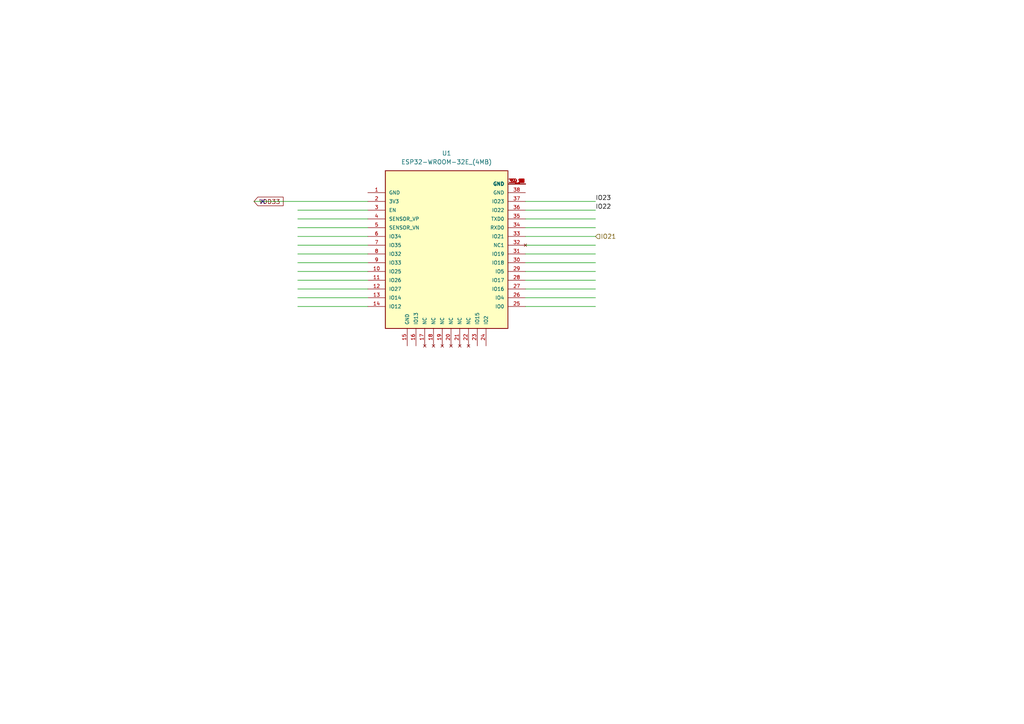
<source format=kicad_sch>
(kicad_sch (version 20211123) (generator eeschema)
  (paper "A4")
  (lib_symbols
    (symbol "user_lib:ESP32-WROOM-32E_(4MB)" (pin_names (offset 1.016))
      (property "Reference" "U" (at -15.0368 34.1376 0))
      (property "Value" "ESP32-WROOM-32E_(4MB)" (at 0 30.48 0))
      (symbol "ESP32-WROOM-32E_(4MB)_0_0"
        (rectangle (start -15.24 31.75) (end 20.32 -13.97) (stroke (width 0.254)) (fill (type background)))
        (pin power_in line (at -20.32 25.4 0) (length 5.08) (name "GND") (number "1"))
        (pin bidirectional line (at -20.32 2.54 0) (length 5.08) (name "IO25") (number "10"))
        (pin bidirectional line (at -20.32 0 0) (length 5.08) (name "IO26") (number "11"))
        (pin bidirectional line (at -20.32 -2.54 0) (length 5.08) (name "IO27") (number "12"))
        (pin bidirectional line (at -20.32 -5.08 0) (length 5.08) (name "IO14") (number "13"))
        (pin bidirectional line (at -20.32 -7.62 0) (length 5.08) (name "IO12") (number "14"))
        (pin power_in line (at -8.89 -19.05 90) (length 5.08) (name "GND") (number "15"))
        (pin bidirectional line (at -6.35 -19.05 90) (length 5.08) (name "IO13") (number "16"))
        (pin no_connect line (at -3.81 -19.05 90) (length 5.08) (name "NC") (number "17"))
        (pin no_connect line (at -1.27 -19.05 90) (length 5.08) (name "NC") (number "18"))
        (pin no_connect line (at 1.27 -19.05 90) (length 5.08) (name "NC") (number "19"))
        (pin power_in line (at -20.32 22.86 0) (length 5.08) (name "3V3") (number "2"))
        (pin no_connect line (at 3.81 -19.05 90) (length 5.08) (name "NC") (number "20"))
        (pin no_connect line (at 6.35 -19.05 90) (length 5.08) (name "NC") (number "21"))
        (pin no_connect line (at 8.89 -19.05 90) (length 5.08) (name "NC") (number "22"))
        (pin bidirectional line (at 11.43 -19.05 90) (length 5.08) (name "IO15") (number "23"))
        (pin bidirectional line (at 13.97 -19.05 90) (length 5.08) (name "IO2") (number "24"))
        (pin bidirectional line (at 25.4 -7.62 180) (length 5.08) (name "IO0") (number "25"))
        (pin bidirectional line (at 25.4 -5.08 180) (length 5.08) (name "IO4") (number "26"))
        (pin bidirectional line (at 25.4 -2.54 180) (length 5.08) (name "IO16") (number "27"))
        (pin bidirectional line (at 25.4 0 180) (length 5.08) (name "IO17") (number "28"))
        (pin bidirectional line (at 25.4 2.54 180) (length 5.08) (name "IO5") (number "29"))
        (pin input line (at -20.32 20.32 0) (length 5.08) (name "EN") (number "3"))
        (pin bidirectional line (at 25.4 5.08 180) (length 5.08) (name "IO18") (number "30"))
        (pin bidirectional line (at 25.4 7.62 180) (length 5.08) (name "IO19") (number "31"))
        (pin no_connect line (at 25.4 10.16 180) (length 5.08) (name "NC1") (number "32"))
        (pin bidirectional line (at 25.4 12.7 180) (length 5.08) (name "IO21") (number "33"))
        (pin bidirectional line (at 25.4 15.24 180) (length 5.08) (name "RXD0") (number "34"))
        (pin bidirectional line (at 25.4 17.78 180) (length 5.08) (name "TXD0") (number "35"))
        (pin bidirectional line (at 25.4 20.32 180) (length 5.08) (name "IO22") (number "36"))
        (pin bidirectional line (at 25.4 22.86 180) (length 5.08) (name "IO23") (number "37"))
        (pin power_in line (at 25.4 25.4 180) (length 5.08) (name "GND") (number "38"))
        (pin power_in line (at 25.4 27.94 180) (length 5.08) (name "GND") (number "39_1"))
        (pin power_in line (at 25.4 27.94 180) (length 5.08) (name "GND") (number "39_10"))
        (pin power_in line (at 25.4 27.94 180) (length 5.08) (name "GND") (number "39_11"))
        (pin power_in line (at 25.4 27.94 180) (length 5.08) (name "GND") (number "39_12"))
        (pin power_in line (at 25.4 27.94 180) (length 5.08) (name "GND") (number "39_13"))
        (pin power_in line (at 25.4 27.94 180) (length 5.08) (name "GND") (number "39_14"))
        (pin power_in line (at 25.4 27.94 180) (length 5.08) (name "GND") (number "39_15"))
        (pin power_in line (at 25.4 27.94 180) (length 5.08) (name "GND") (number "39_16"))
        (pin power_in line (at 25.4 27.94 180) (length 5.08) (name "GND") (number "39_17"))
        (pin power_in line (at 25.4 27.94 180) (length 5.08) (name "GND") (number "39_18"))
        (pin power_in line (at 25.4 27.94 180) (length 5.08) (name "GND") (number "39_19"))
        (pin power_in line (at 25.4 27.94 180) (length 5.08) (name "GND") (number "39_2"))
        (pin power_in line (at 25.4 27.94 180) (length 5.08) (name "GND") (number "39_20"))
        (pin power_in line (at 25.4 27.94 180) (length 5.08) (name "GND") (number "39_21"))
        (pin power_in line (at 25.4 27.94 180) (length 5.08) (name "GND") (number "39_3"))
        (pin power_in line (at 25.4 27.94 180) (length 5.08) (name "GND") (number "39_4"))
        (pin power_in line (at 25.4 27.94 180) (length 5.08) (name "GND") (number "39_5"))
        (pin power_in line (at 25.4 27.94 180) (length 5.08) (name "GND") (number "39_6"))
        (pin power_in line (at 25.4 27.94 180) (length 5.08) (name "GND") (number "39_7"))
        (pin power_in line (at 25.4 27.94 180) (length 5.08) (name "GND") (number "39_8"))
        (pin power_in line (at 25.4 27.94 180) (length 5.08) (name "GND") (number "39_9"))
        (pin input line (at -20.32 17.78 0) (length 5.08) (name "SENSOR_VP") (number "4"))
        (pin input line (at -20.32 15.24 0) (length 5.08) (name "SENSOR_VN") (number "5"))
        (pin input line (at -20.32 12.7 0) (length 5.08) (name "IO34") (number "6"))
        (pin input line (at -20.32 10.16 0) (length 5.08) (name "IO35") (number "7"))
        (pin bidirectional line (at -20.32 7.62 0) (length 5.08) (name "IO32") (number "8"))
        (pin bidirectional line (at -20.32 5.08 0) (length 5.08) (name "IO33") (number "9"))
      )
    )
  )
  (no_connect (at 76.2 58.42))
  (wire (pts (xy 152.4 71.12) (xy 172.72 71.12)))
  (wire (pts (xy 86.36 83.82) (xy 106.68 83.82)))
  (wire (pts (xy 152.4 73.66) (xy 172.72 73.66)))
  (wire (pts (xy 152.4 86.36) (xy 172.72 86.36)))
  (wire (pts (xy 86.36 63.5) (xy 106.68 63.5)))
  (wire (pts (xy 86.36 78.74) (xy 106.68 78.74)))
  (wire (pts (xy 86.36 76.2) (xy 106.68 76.2)))
  (wire (pts (xy 86.36 60.96) (xy 106.68 60.96)))
  (wire (pts (xy 86.36 81.28) (xy 106.68 81.28)))
  (wire (pts (xy 152.4 63.5) (xy 172.72 63.5)))
  (wire (pts (xy 86.36 66.04) (xy 106.68 66.04)))
  (wire (pts (xy 152.4 78.74) (xy 172.72 78.74)))
  (wire (pts (xy 152.4 60.96) (xy 172.72 60.96)))
  (wire (pts (xy 152.4 68.58) (xy 172.72 68.58)))
  (wire (pts (xy 152.4 66.04) (xy 172.72 66.04)))
  (wire (pts (xy 152.4 58.42) (xy 172.72 58.42)))
  (wire (pts (xy 86.36 73.66) (xy 106.68 73.66)))
  (wire (pts (xy 152.4 76.2) (xy 172.72 76.2)))
  (wire (pts (xy 86.36 71.12) (xy 106.68 71.12)))
  (wire (pts (xy 73.66 58.42) (xy 106.68 58.42)))
  (wire (pts (xy 152.4 83.82) (xy 172.72 83.82)))
  (wire (pts (xy 86.36 88.9) (xy 106.68 88.9)))
  (wire (pts (xy 152.4 81.28) (xy 172.72 81.28)))
  (wire (pts (xy 152.4 88.9) (xy 172.72 88.9)))
  (wire (pts (xy 86.36 86.36) (xy 106.68 86.36)))
  (wire (pts (xy 86.36 68.58) (xy 106.68 68.58)))
  (label "IO23" (at 172.72 58.42 0))
  (label "IO22" (at 172.72 60.96 0))
  (global_label "VDD33" (shape input) (at 73.66 58.42 0) (property "Intersheet References" "${INTERSHEET_REFS}" (effects hide)))
  (hierarchical_label "IO21" (shape input) (at 172.72 68.58 0))
  (symbol (lib_id "user_lib:ESP32-WROOM-32E_(4MB)") (at 127 81.28 0) (unit 1)
    (property "Reference" "U1" (at 129.54 44.45 0))
    (property "Value" "ESP32-WROOM-32E_(4MB)" (at 129.54 46.99 0))
    (property "Footprint" "user_lib:MODULE_ESP32-WROOM-32E_(4MB)" (effects hide))
    (property "PARTREV" "1.1" (effects hide))
    (property "STANDARD" "Manufacturer Recommendations" (effects hide))
    (property "MANUFACTURER" "Espressif Systems" (effects hide))
    (property "MAXIMUM_PACKAGE_HEIGHT" "3.25mm" (effects hide))
  )
)
</source>
